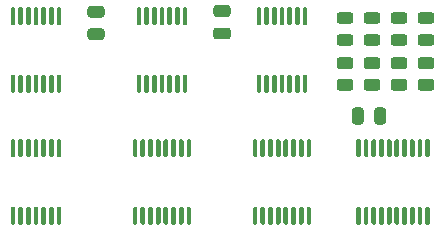
<source format=gbr>
%TF.GenerationSoftware,KiCad,Pcbnew,(5.1.10-1-10_14)*%
%TF.CreationDate,2021-12-17T22:03:29-05:00*%
%TF.ProjectId,Flags Register,466c6167-7320-4526-9567-69737465722e,rev?*%
%TF.SameCoordinates,Original*%
%TF.FileFunction,Paste,Top*%
%TF.FilePolarity,Positive*%
%FSLAX46Y46*%
G04 Gerber Fmt 4.6, Leading zero omitted, Abs format (unit mm)*
G04 Created by KiCad (PCBNEW (5.1.10-1-10_14)) date 2021-12-17 22:03:29*
%MOMM*%
%LPD*%
G01*
G04 APERTURE LIST*
G04 APERTURE END LIST*
%TO.C,U39*%
G36*
G01*
X73334000Y-95665000D02*
X73134000Y-95665000D01*
G75*
G02*
X73034000Y-95565000I0J100000D01*
G01*
X73034000Y-94290000D01*
G75*
G02*
X73134000Y-94190000I100000J0D01*
G01*
X73334000Y-94190000D01*
G75*
G02*
X73434000Y-94290000I0J-100000D01*
G01*
X73434000Y-95565000D01*
G75*
G02*
X73334000Y-95665000I-100000J0D01*
G01*
G37*
G36*
G01*
X73984000Y-95665000D02*
X73784000Y-95665000D01*
G75*
G02*
X73684000Y-95565000I0J100000D01*
G01*
X73684000Y-94290000D01*
G75*
G02*
X73784000Y-94190000I100000J0D01*
G01*
X73984000Y-94190000D01*
G75*
G02*
X74084000Y-94290000I0J-100000D01*
G01*
X74084000Y-95565000D01*
G75*
G02*
X73984000Y-95665000I-100000J0D01*
G01*
G37*
G36*
G01*
X74634000Y-95665000D02*
X74434000Y-95665000D01*
G75*
G02*
X74334000Y-95565000I0J100000D01*
G01*
X74334000Y-94290000D01*
G75*
G02*
X74434000Y-94190000I100000J0D01*
G01*
X74634000Y-94190000D01*
G75*
G02*
X74734000Y-94290000I0J-100000D01*
G01*
X74734000Y-95565000D01*
G75*
G02*
X74634000Y-95665000I-100000J0D01*
G01*
G37*
G36*
G01*
X75284000Y-95665000D02*
X75084000Y-95665000D01*
G75*
G02*
X74984000Y-95565000I0J100000D01*
G01*
X74984000Y-94290000D01*
G75*
G02*
X75084000Y-94190000I100000J0D01*
G01*
X75284000Y-94190000D01*
G75*
G02*
X75384000Y-94290000I0J-100000D01*
G01*
X75384000Y-95565000D01*
G75*
G02*
X75284000Y-95665000I-100000J0D01*
G01*
G37*
G36*
G01*
X75934000Y-95665000D02*
X75734000Y-95665000D01*
G75*
G02*
X75634000Y-95565000I0J100000D01*
G01*
X75634000Y-94290000D01*
G75*
G02*
X75734000Y-94190000I100000J0D01*
G01*
X75934000Y-94190000D01*
G75*
G02*
X76034000Y-94290000I0J-100000D01*
G01*
X76034000Y-95565000D01*
G75*
G02*
X75934000Y-95665000I-100000J0D01*
G01*
G37*
G36*
G01*
X76584000Y-95665000D02*
X76384000Y-95665000D01*
G75*
G02*
X76284000Y-95565000I0J100000D01*
G01*
X76284000Y-94290000D01*
G75*
G02*
X76384000Y-94190000I100000J0D01*
G01*
X76584000Y-94190000D01*
G75*
G02*
X76684000Y-94290000I0J-100000D01*
G01*
X76684000Y-95565000D01*
G75*
G02*
X76584000Y-95665000I-100000J0D01*
G01*
G37*
G36*
G01*
X77234000Y-95665000D02*
X77034000Y-95665000D01*
G75*
G02*
X76934000Y-95565000I0J100000D01*
G01*
X76934000Y-94290000D01*
G75*
G02*
X77034000Y-94190000I100000J0D01*
G01*
X77234000Y-94190000D01*
G75*
G02*
X77334000Y-94290000I0J-100000D01*
G01*
X77334000Y-95565000D01*
G75*
G02*
X77234000Y-95665000I-100000J0D01*
G01*
G37*
G36*
G01*
X77234000Y-101390000D02*
X77034000Y-101390000D01*
G75*
G02*
X76934000Y-101290000I0J100000D01*
G01*
X76934000Y-100015000D01*
G75*
G02*
X77034000Y-99915000I100000J0D01*
G01*
X77234000Y-99915000D01*
G75*
G02*
X77334000Y-100015000I0J-100000D01*
G01*
X77334000Y-101290000D01*
G75*
G02*
X77234000Y-101390000I-100000J0D01*
G01*
G37*
G36*
G01*
X76584000Y-101390000D02*
X76384000Y-101390000D01*
G75*
G02*
X76284000Y-101290000I0J100000D01*
G01*
X76284000Y-100015000D01*
G75*
G02*
X76384000Y-99915000I100000J0D01*
G01*
X76584000Y-99915000D01*
G75*
G02*
X76684000Y-100015000I0J-100000D01*
G01*
X76684000Y-101290000D01*
G75*
G02*
X76584000Y-101390000I-100000J0D01*
G01*
G37*
G36*
G01*
X75934000Y-101390000D02*
X75734000Y-101390000D01*
G75*
G02*
X75634000Y-101290000I0J100000D01*
G01*
X75634000Y-100015000D01*
G75*
G02*
X75734000Y-99915000I100000J0D01*
G01*
X75934000Y-99915000D01*
G75*
G02*
X76034000Y-100015000I0J-100000D01*
G01*
X76034000Y-101290000D01*
G75*
G02*
X75934000Y-101390000I-100000J0D01*
G01*
G37*
G36*
G01*
X75284000Y-101390000D02*
X75084000Y-101390000D01*
G75*
G02*
X74984000Y-101290000I0J100000D01*
G01*
X74984000Y-100015000D01*
G75*
G02*
X75084000Y-99915000I100000J0D01*
G01*
X75284000Y-99915000D01*
G75*
G02*
X75384000Y-100015000I0J-100000D01*
G01*
X75384000Y-101290000D01*
G75*
G02*
X75284000Y-101390000I-100000J0D01*
G01*
G37*
G36*
G01*
X74634000Y-101390000D02*
X74434000Y-101390000D01*
G75*
G02*
X74334000Y-101290000I0J100000D01*
G01*
X74334000Y-100015000D01*
G75*
G02*
X74434000Y-99915000I100000J0D01*
G01*
X74634000Y-99915000D01*
G75*
G02*
X74734000Y-100015000I0J-100000D01*
G01*
X74734000Y-101290000D01*
G75*
G02*
X74634000Y-101390000I-100000J0D01*
G01*
G37*
G36*
G01*
X73984000Y-101390000D02*
X73784000Y-101390000D01*
G75*
G02*
X73684000Y-101290000I0J100000D01*
G01*
X73684000Y-100015000D01*
G75*
G02*
X73784000Y-99915000I100000J0D01*
G01*
X73984000Y-99915000D01*
G75*
G02*
X74084000Y-100015000I0J-100000D01*
G01*
X74084000Y-101290000D01*
G75*
G02*
X73984000Y-101390000I-100000J0D01*
G01*
G37*
G36*
G01*
X73334000Y-101390000D02*
X73134000Y-101390000D01*
G75*
G02*
X73034000Y-101290000I0J100000D01*
G01*
X73034000Y-100015000D01*
G75*
G02*
X73134000Y-99915000I100000J0D01*
G01*
X73334000Y-99915000D01*
G75*
G02*
X73434000Y-100015000I0J-100000D01*
G01*
X73434000Y-101290000D01*
G75*
G02*
X73334000Y-101390000I-100000J0D01*
G01*
G37*
%TD*%
%TO.C,U38*%
G36*
G01*
X62849000Y-106841000D02*
X62649000Y-106841000D01*
G75*
G02*
X62549000Y-106741000I0J100000D01*
G01*
X62549000Y-105466000D01*
G75*
G02*
X62649000Y-105366000I100000J0D01*
G01*
X62849000Y-105366000D01*
G75*
G02*
X62949000Y-105466000I0J-100000D01*
G01*
X62949000Y-106741000D01*
G75*
G02*
X62849000Y-106841000I-100000J0D01*
G01*
G37*
G36*
G01*
X63499000Y-106841000D02*
X63299000Y-106841000D01*
G75*
G02*
X63199000Y-106741000I0J100000D01*
G01*
X63199000Y-105466000D01*
G75*
G02*
X63299000Y-105366000I100000J0D01*
G01*
X63499000Y-105366000D01*
G75*
G02*
X63599000Y-105466000I0J-100000D01*
G01*
X63599000Y-106741000D01*
G75*
G02*
X63499000Y-106841000I-100000J0D01*
G01*
G37*
G36*
G01*
X64149000Y-106841000D02*
X63949000Y-106841000D01*
G75*
G02*
X63849000Y-106741000I0J100000D01*
G01*
X63849000Y-105466000D01*
G75*
G02*
X63949000Y-105366000I100000J0D01*
G01*
X64149000Y-105366000D01*
G75*
G02*
X64249000Y-105466000I0J-100000D01*
G01*
X64249000Y-106741000D01*
G75*
G02*
X64149000Y-106841000I-100000J0D01*
G01*
G37*
G36*
G01*
X64799000Y-106841000D02*
X64599000Y-106841000D01*
G75*
G02*
X64499000Y-106741000I0J100000D01*
G01*
X64499000Y-105466000D01*
G75*
G02*
X64599000Y-105366000I100000J0D01*
G01*
X64799000Y-105366000D01*
G75*
G02*
X64899000Y-105466000I0J-100000D01*
G01*
X64899000Y-106741000D01*
G75*
G02*
X64799000Y-106841000I-100000J0D01*
G01*
G37*
G36*
G01*
X65449000Y-106841000D02*
X65249000Y-106841000D01*
G75*
G02*
X65149000Y-106741000I0J100000D01*
G01*
X65149000Y-105466000D01*
G75*
G02*
X65249000Y-105366000I100000J0D01*
G01*
X65449000Y-105366000D01*
G75*
G02*
X65549000Y-105466000I0J-100000D01*
G01*
X65549000Y-106741000D01*
G75*
G02*
X65449000Y-106841000I-100000J0D01*
G01*
G37*
G36*
G01*
X66099000Y-106841000D02*
X65899000Y-106841000D01*
G75*
G02*
X65799000Y-106741000I0J100000D01*
G01*
X65799000Y-105466000D01*
G75*
G02*
X65899000Y-105366000I100000J0D01*
G01*
X66099000Y-105366000D01*
G75*
G02*
X66199000Y-105466000I0J-100000D01*
G01*
X66199000Y-106741000D01*
G75*
G02*
X66099000Y-106841000I-100000J0D01*
G01*
G37*
G36*
G01*
X66749000Y-106841000D02*
X66549000Y-106841000D01*
G75*
G02*
X66449000Y-106741000I0J100000D01*
G01*
X66449000Y-105466000D01*
G75*
G02*
X66549000Y-105366000I100000J0D01*
G01*
X66749000Y-105366000D01*
G75*
G02*
X66849000Y-105466000I0J-100000D01*
G01*
X66849000Y-106741000D01*
G75*
G02*
X66749000Y-106841000I-100000J0D01*
G01*
G37*
G36*
G01*
X67399000Y-106841000D02*
X67199000Y-106841000D01*
G75*
G02*
X67099000Y-106741000I0J100000D01*
G01*
X67099000Y-105466000D01*
G75*
G02*
X67199000Y-105366000I100000J0D01*
G01*
X67399000Y-105366000D01*
G75*
G02*
X67499000Y-105466000I0J-100000D01*
G01*
X67499000Y-106741000D01*
G75*
G02*
X67399000Y-106841000I-100000J0D01*
G01*
G37*
G36*
G01*
X67399000Y-112566000D02*
X67199000Y-112566000D01*
G75*
G02*
X67099000Y-112466000I0J100000D01*
G01*
X67099000Y-111191000D01*
G75*
G02*
X67199000Y-111091000I100000J0D01*
G01*
X67399000Y-111091000D01*
G75*
G02*
X67499000Y-111191000I0J-100000D01*
G01*
X67499000Y-112466000D01*
G75*
G02*
X67399000Y-112566000I-100000J0D01*
G01*
G37*
G36*
G01*
X66749000Y-112566000D02*
X66549000Y-112566000D01*
G75*
G02*
X66449000Y-112466000I0J100000D01*
G01*
X66449000Y-111191000D01*
G75*
G02*
X66549000Y-111091000I100000J0D01*
G01*
X66749000Y-111091000D01*
G75*
G02*
X66849000Y-111191000I0J-100000D01*
G01*
X66849000Y-112466000D01*
G75*
G02*
X66749000Y-112566000I-100000J0D01*
G01*
G37*
G36*
G01*
X66099000Y-112566000D02*
X65899000Y-112566000D01*
G75*
G02*
X65799000Y-112466000I0J100000D01*
G01*
X65799000Y-111191000D01*
G75*
G02*
X65899000Y-111091000I100000J0D01*
G01*
X66099000Y-111091000D01*
G75*
G02*
X66199000Y-111191000I0J-100000D01*
G01*
X66199000Y-112466000D01*
G75*
G02*
X66099000Y-112566000I-100000J0D01*
G01*
G37*
G36*
G01*
X65449000Y-112566000D02*
X65249000Y-112566000D01*
G75*
G02*
X65149000Y-112466000I0J100000D01*
G01*
X65149000Y-111191000D01*
G75*
G02*
X65249000Y-111091000I100000J0D01*
G01*
X65449000Y-111091000D01*
G75*
G02*
X65549000Y-111191000I0J-100000D01*
G01*
X65549000Y-112466000D01*
G75*
G02*
X65449000Y-112566000I-100000J0D01*
G01*
G37*
G36*
G01*
X64799000Y-112566000D02*
X64599000Y-112566000D01*
G75*
G02*
X64499000Y-112466000I0J100000D01*
G01*
X64499000Y-111191000D01*
G75*
G02*
X64599000Y-111091000I100000J0D01*
G01*
X64799000Y-111091000D01*
G75*
G02*
X64899000Y-111191000I0J-100000D01*
G01*
X64899000Y-112466000D01*
G75*
G02*
X64799000Y-112566000I-100000J0D01*
G01*
G37*
G36*
G01*
X64149000Y-112566000D02*
X63949000Y-112566000D01*
G75*
G02*
X63849000Y-112466000I0J100000D01*
G01*
X63849000Y-111191000D01*
G75*
G02*
X63949000Y-111091000I100000J0D01*
G01*
X64149000Y-111091000D01*
G75*
G02*
X64249000Y-111191000I0J-100000D01*
G01*
X64249000Y-112466000D01*
G75*
G02*
X64149000Y-112566000I-100000J0D01*
G01*
G37*
G36*
G01*
X63499000Y-112566000D02*
X63299000Y-112566000D01*
G75*
G02*
X63199000Y-112466000I0J100000D01*
G01*
X63199000Y-111191000D01*
G75*
G02*
X63299000Y-111091000I100000J0D01*
G01*
X63499000Y-111091000D01*
G75*
G02*
X63599000Y-111191000I0J-100000D01*
G01*
X63599000Y-112466000D01*
G75*
G02*
X63499000Y-112566000I-100000J0D01*
G01*
G37*
G36*
G01*
X62849000Y-112566000D02*
X62649000Y-112566000D01*
G75*
G02*
X62549000Y-112466000I0J100000D01*
G01*
X62549000Y-111191000D01*
G75*
G02*
X62649000Y-111091000I100000J0D01*
G01*
X62849000Y-111091000D01*
G75*
G02*
X62949000Y-111191000I0J-100000D01*
G01*
X62949000Y-112466000D01*
G75*
G02*
X62849000Y-112566000I-100000J0D01*
G01*
G37*
%TD*%
%TO.C,U37*%
G36*
G01*
X63174000Y-95665000D02*
X62974000Y-95665000D01*
G75*
G02*
X62874000Y-95565000I0J100000D01*
G01*
X62874000Y-94290000D01*
G75*
G02*
X62974000Y-94190000I100000J0D01*
G01*
X63174000Y-94190000D01*
G75*
G02*
X63274000Y-94290000I0J-100000D01*
G01*
X63274000Y-95565000D01*
G75*
G02*
X63174000Y-95665000I-100000J0D01*
G01*
G37*
G36*
G01*
X63824000Y-95665000D02*
X63624000Y-95665000D01*
G75*
G02*
X63524000Y-95565000I0J100000D01*
G01*
X63524000Y-94290000D01*
G75*
G02*
X63624000Y-94190000I100000J0D01*
G01*
X63824000Y-94190000D01*
G75*
G02*
X63924000Y-94290000I0J-100000D01*
G01*
X63924000Y-95565000D01*
G75*
G02*
X63824000Y-95665000I-100000J0D01*
G01*
G37*
G36*
G01*
X64474000Y-95665000D02*
X64274000Y-95665000D01*
G75*
G02*
X64174000Y-95565000I0J100000D01*
G01*
X64174000Y-94290000D01*
G75*
G02*
X64274000Y-94190000I100000J0D01*
G01*
X64474000Y-94190000D01*
G75*
G02*
X64574000Y-94290000I0J-100000D01*
G01*
X64574000Y-95565000D01*
G75*
G02*
X64474000Y-95665000I-100000J0D01*
G01*
G37*
G36*
G01*
X65124000Y-95665000D02*
X64924000Y-95665000D01*
G75*
G02*
X64824000Y-95565000I0J100000D01*
G01*
X64824000Y-94290000D01*
G75*
G02*
X64924000Y-94190000I100000J0D01*
G01*
X65124000Y-94190000D01*
G75*
G02*
X65224000Y-94290000I0J-100000D01*
G01*
X65224000Y-95565000D01*
G75*
G02*
X65124000Y-95665000I-100000J0D01*
G01*
G37*
G36*
G01*
X65774000Y-95665000D02*
X65574000Y-95665000D01*
G75*
G02*
X65474000Y-95565000I0J100000D01*
G01*
X65474000Y-94290000D01*
G75*
G02*
X65574000Y-94190000I100000J0D01*
G01*
X65774000Y-94190000D01*
G75*
G02*
X65874000Y-94290000I0J-100000D01*
G01*
X65874000Y-95565000D01*
G75*
G02*
X65774000Y-95665000I-100000J0D01*
G01*
G37*
G36*
G01*
X66424000Y-95665000D02*
X66224000Y-95665000D01*
G75*
G02*
X66124000Y-95565000I0J100000D01*
G01*
X66124000Y-94290000D01*
G75*
G02*
X66224000Y-94190000I100000J0D01*
G01*
X66424000Y-94190000D01*
G75*
G02*
X66524000Y-94290000I0J-100000D01*
G01*
X66524000Y-95565000D01*
G75*
G02*
X66424000Y-95665000I-100000J0D01*
G01*
G37*
G36*
G01*
X67074000Y-95665000D02*
X66874000Y-95665000D01*
G75*
G02*
X66774000Y-95565000I0J100000D01*
G01*
X66774000Y-94290000D01*
G75*
G02*
X66874000Y-94190000I100000J0D01*
G01*
X67074000Y-94190000D01*
G75*
G02*
X67174000Y-94290000I0J-100000D01*
G01*
X67174000Y-95565000D01*
G75*
G02*
X67074000Y-95665000I-100000J0D01*
G01*
G37*
G36*
G01*
X67074000Y-101390000D02*
X66874000Y-101390000D01*
G75*
G02*
X66774000Y-101290000I0J100000D01*
G01*
X66774000Y-100015000D01*
G75*
G02*
X66874000Y-99915000I100000J0D01*
G01*
X67074000Y-99915000D01*
G75*
G02*
X67174000Y-100015000I0J-100000D01*
G01*
X67174000Y-101290000D01*
G75*
G02*
X67074000Y-101390000I-100000J0D01*
G01*
G37*
G36*
G01*
X66424000Y-101390000D02*
X66224000Y-101390000D01*
G75*
G02*
X66124000Y-101290000I0J100000D01*
G01*
X66124000Y-100015000D01*
G75*
G02*
X66224000Y-99915000I100000J0D01*
G01*
X66424000Y-99915000D01*
G75*
G02*
X66524000Y-100015000I0J-100000D01*
G01*
X66524000Y-101290000D01*
G75*
G02*
X66424000Y-101390000I-100000J0D01*
G01*
G37*
G36*
G01*
X65774000Y-101390000D02*
X65574000Y-101390000D01*
G75*
G02*
X65474000Y-101290000I0J100000D01*
G01*
X65474000Y-100015000D01*
G75*
G02*
X65574000Y-99915000I100000J0D01*
G01*
X65774000Y-99915000D01*
G75*
G02*
X65874000Y-100015000I0J-100000D01*
G01*
X65874000Y-101290000D01*
G75*
G02*
X65774000Y-101390000I-100000J0D01*
G01*
G37*
G36*
G01*
X65124000Y-101390000D02*
X64924000Y-101390000D01*
G75*
G02*
X64824000Y-101290000I0J100000D01*
G01*
X64824000Y-100015000D01*
G75*
G02*
X64924000Y-99915000I100000J0D01*
G01*
X65124000Y-99915000D01*
G75*
G02*
X65224000Y-100015000I0J-100000D01*
G01*
X65224000Y-101290000D01*
G75*
G02*
X65124000Y-101390000I-100000J0D01*
G01*
G37*
G36*
G01*
X64474000Y-101390000D02*
X64274000Y-101390000D01*
G75*
G02*
X64174000Y-101290000I0J100000D01*
G01*
X64174000Y-100015000D01*
G75*
G02*
X64274000Y-99915000I100000J0D01*
G01*
X64474000Y-99915000D01*
G75*
G02*
X64574000Y-100015000I0J-100000D01*
G01*
X64574000Y-101290000D01*
G75*
G02*
X64474000Y-101390000I-100000J0D01*
G01*
G37*
G36*
G01*
X63824000Y-101390000D02*
X63624000Y-101390000D01*
G75*
G02*
X63524000Y-101290000I0J100000D01*
G01*
X63524000Y-100015000D01*
G75*
G02*
X63624000Y-99915000I100000J0D01*
G01*
X63824000Y-99915000D01*
G75*
G02*
X63924000Y-100015000I0J-100000D01*
G01*
X63924000Y-101290000D01*
G75*
G02*
X63824000Y-101390000I-100000J0D01*
G01*
G37*
G36*
G01*
X63174000Y-101390000D02*
X62974000Y-101390000D01*
G75*
G02*
X62874000Y-101290000I0J100000D01*
G01*
X62874000Y-100015000D01*
G75*
G02*
X62974000Y-99915000I100000J0D01*
G01*
X63174000Y-99915000D01*
G75*
G02*
X63274000Y-100015000I0J-100000D01*
G01*
X63274000Y-101290000D01*
G75*
G02*
X63174000Y-101390000I-100000J0D01*
G01*
G37*
%TD*%
%TO.C,U36*%
G36*
G01*
X52506000Y-106841000D02*
X52306000Y-106841000D01*
G75*
G02*
X52206000Y-106741000I0J100000D01*
G01*
X52206000Y-105466000D01*
G75*
G02*
X52306000Y-105366000I100000J0D01*
G01*
X52506000Y-105366000D01*
G75*
G02*
X52606000Y-105466000I0J-100000D01*
G01*
X52606000Y-106741000D01*
G75*
G02*
X52506000Y-106841000I-100000J0D01*
G01*
G37*
G36*
G01*
X53156000Y-106841000D02*
X52956000Y-106841000D01*
G75*
G02*
X52856000Y-106741000I0J100000D01*
G01*
X52856000Y-105466000D01*
G75*
G02*
X52956000Y-105366000I100000J0D01*
G01*
X53156000Y-105366000D01*
G75*
G02*
X53256000Y-105466000I0J-100000D01*
G01*
X53256000Y-106741000D01*
G75*
G02*
X53156000Y-106841000I-100000J0D01*
G01*
G37*
G36*
G01*
X53806000Y-106841000D02*
X53606000Y-106841000D01*
G75*
G02*
X53506000Y-106741000I0J100000D01*
G01*
X53506000Y-105466000D01*
G75*
G02*
X53606000Y-105366000I100000J0D01*
G01*
X53806000Y-105366000D01*
G75*
G02*
X53906000Y-105466000I0J-100000D01*
G01*
X53906000Y-106741000D01*
G75*
G02*
X53806000Y-106841000I-100000J0D01*
G01*
G37*
G36*
G01*
X54456000Y-106841000D02*
X54256000Y-106841000D01*
G75*
G02*
X54156000Y-106741000I0J100000D01*
G01*
X54156000Y-105466000D01*
G75*
G02*
X54256000Y-105366000I100000J0D01*
G01*
X54456000Y-105366000D01*
G75*
G02*
X54556000Y-105466000I0J-100000D01*
G01*
X54556000Y-106741000D01*
G75*
G02*
X54456000Y-106841000I-100000J0D01*
G01*
G37*
G36*
G01*
X55106000Y-106841000D02*
X54906000Y-106841000D01*
G75*
G02*
X54806000Y-106741000I0J100000D01*
G01*
X54806000Y-105466000D01*
G75*
G02*
X54906000Y-105366000I100000J0D01*
G01*
X55106000Y-105366000D01*
G75*
G02*
X55206000Y-105466000I0J-100000D01*
G01*
X55206000Y-106741000D01*
G75*
G02*
X55106000Y-106841000I-100000J0D01*
G01*
G37*
G36*
G01*
X55756000Y-106841000D02*
X55556000Y-106841000D01*
G75*
G02*
X55456000Y-106741000I0J100000D01*
G01*
X55456000Y-105466000D01*
G75*
G02*
X55556000Y-105366000I100000J0D01*
G01*
X55756000Y-105366000D01*
G75*
G02*
X55856000Y-105466000I0J-100000D01*
G01*
X55856000Y-106741000D01*
G75*
G02*
X55756000Y-106841000I-100000J0D01*
G01*
G37*
G36*
G01*
X56406000Y-106841000D02*
X56206000Y-106841000D01*
G75*
G02*
X56106000Y-106741000I0J100000D01*
G01*
X56106000Y-105466000D01*
G75*
G02*
X56206000Y-105366000I100000J0D01*
G01*
X56406000Y-105366000D01*
G75*
G02*
X56506000Y-105466000I0J-100000D01*
G01*
X56506000Y-106741000D01*
G75*
G02*
X56406000Y-106841000I-100000J0D01*
G01*
G37*
G36*
G01*
X56406000Y-112566000D02*
X56206000Y-112566000D01*
G75*
G02*
X56106000Y-112466000I0J100000D01*
G01*
X56106000Y-111191000D01*
G75*
G02*
X56206000Y-111091000I100000J0D01*
G01*
X56406000Y-111091000D01*
G75*
G02*
X56506000Y-111191000I0J-100000D01*
G01*
X56506000Y-112466000D01*
G75*
G02*
X56406000Y-112566000I-100000J0D01*
G01*
G37*
G36*
G01*
X55756000Y-112566000D02*
X55556000Y-112566000D01*
G75*
G02*
X55456000Y-112466000I0J100000D01*
G01*
X55456000Y-111191000D01*
G75*
G02*
X55556000Y-111091000I100000J0D01*
G01*
X55756000Y-111091000D01*
G75*
G02*
X55856000Y-111191000I0J-100000D01*
G01*
X55856000Y-112466000D01*
G75*
G02*
X55756000Y-112566000I-100000J0D01*
G01*
G37*
G36*
G01*
X55106000Y-112566000D02*
X54906000Y-112566000D01*
G75*
G02*
X54806000Y-112466000I0J100000D01*
G01*
X54806000Y-111191000D01*
G75*
G02*
X54906000Y-111091000I100000J0D01*
G01*
X55106000Y-111091000D01*
G75*
G02*
X55206000Y-111191000I0J-100000D01*
G01*
X55206000Y-112466000D01*
G75*
G02*
X55106000Y-112566000I-100000J0D01*
G01*
G37*
G36*
G01*
X54456000Y-112566000D02*
X54256000Y-112566000D01*
G75*
G02*
X54156000Y-112466000I0J100000D01*
G01*
X54156000Y-111191000D01*
G75*
G02*
X54256000Y-111091000I100000J0D01*
G01*
X54456000Y-111091000D01*
G75*
G02*
X54556000Y-111191000I0J-100000D01*
G01*
X54556000Y-112466000D01*
G75*
G02*
X54456000Y-112566000I-100000J0D01*
G01*
G37*
G36*
G01*
X53806000Y-112566000D02*
X53606000Y-112566000D01*
G75*
G02*
X53506000Y-112466000I0J100000D01*
G01*
X53506000Y-111191000D01*
G75*
G02*
X53606000Y-111091000I100000J0D01*
G01*
X53806000Y-111091000D01*
G75*
G02*
X53906000Y-111191000I0J-100000D01*
G01*
X53906000Y-112466000D01*
G75*
G02*
X53806000Y-112566000I-100000J0D01*
G01*
G37*
G36*
G01*
X53156000Y-112566000D02*
X52956000Y-112566000D01*
G75*
G02*
X52856000Y-112466000I0J100000D01*
G01*
X52856000Y-111191000D01*
G75*
G02*
X52956000Y-111091000I100000J0D01*
G01*
X53156000Y-111091000D01*
G75*
G02*
X53256000Y-111191000I0J-100000D01*
G01*
X53256000Y-112466000D01*
G75*
G02*
X53156000Y-112566000I-100000J0D01*
G01*
G37*
G36*
G01*
X52506000Y-112566000D02*
X52306000Y-112566000D01*
G75*
G02*
X52206000Y-112466000I0J100000D01*
G01*
X52206000Y-111191000D01*
G75*
G02*
X52306000Y-111091000I100000J0D01*
G01*
X52506000Y-111091000D01*
G75*
G02*
X52606000Y-111191000I0J-100000D01*
G01*
X52606000Y-112466000D01*
G75*
G02*
X52506000Y-112566000I-100000J0D01*
G01*
G37*
%TD*%
%TO.C,U35*%
G36*
G01*
X52506000Y-95665000D02*
X52306000Y-95665000D01*
G75*
G02*
X52206000Y-95565000I0J100000D01*
G01*
X52206000Y-94290000D01*
G75*
G02*
X52306000Y-94190000I100000J0D01*
G01*
X52506000Y-94190000D01*
G75*
G02*
X52606000Y-94290000I0J-100000D01*
G01*
X52606000Y-95565000D01*
G75*
G02*
X52506000Y-95665000I-100000J0D01*
G01*
G37*
G36*
G01*
X53156000Y-95665000D02*
X52956000Y-95665000D01*
G75*
G02*
X52856000Y-95565000I0J100000D01*
G01*
X52856000Y-94290000D01*
G75*
G02*
X52956000Y-94190000I100000J0D01*
G01*
X53156000Y-94190000D01*
G75*
G02*
X53256000Y-94290000I0J-100000D01*
G01*
X53256000Y-95565000D01*
G75*
G02*
X53156000Y-95665000I-100000J0D01*
G01*
G37*
G36*
G01*
X53806000Y-95665000D02*
X53606000Y-95665000D01*
G75*
G02*
X53506000Y-95565000I0J100000D01*
G01*
X53506000Y-94290000D01*
G75*
G02*
X53606000Y-94190000I100000J0D01*
G01*
X53806000Y-94190000D01*
G75*
G02*
X53906000Y-94290000I0J-100000D01*
G01*
X53906000Y-95565000D01*
G75*
G02*
X53806000Y-95665000I-100000J0D01*
G01*
G37*
G36*
G01*
X54456000Y-95665000D02*
X54256000Y-95665000D01*
G75*
G02*
X54156000Y-95565000I0J100000D01*
G01*
X54156000Y-94290000D01*
G75*
G02*
X54256000Y-94190000I100000J0D01*
G01*
X54456000Y-94190000D01*
G75*
G02*
X54556000Y-94290000I0J-100000D01*
G01*
X54556000Y-95565000D01*
G75*
G02*
X54456000Y-95665000I-100000J0D01*
G01*
G37*
G36*
G01*
X55106000Y-95665000D02*
X54906000Y-95665000D01*
G75*
G02*
X54806000Y-95565000I0J100000D01*
G01*
X54806000Y-94290000D01*
G75*
G02*
X54906000Y-94190000I100000J0D01*
G01*
X55106000Y-94190000D01*
G75*
G02*
X55206000Y-94290000I0J-100000D01*
G01*
X55206000Y-95565000D01*
G75*
G02*
X55106000Y-95665000I-100000J0D01*
G01*
G37*
G36*
G01*
X55756000Y-95665000D02*
X55556000Y-95665000D01*
G75*
G02*
X55456000Y-95565000I0J100000D01*
G01*
X55456000Y-94290000D01*
G75*
G02*
X55556000Y-94190000I100000J0D01*
G01*
X55756000Y-94190000D01*
G75*
G02*
X55856000Y-94290000I0J-100000D01*
G01*
X55856000Y-95565000D01*
G75*
G02*
X55756000Y-95665000I-100000J0D01*
G01*
G37*
G36*
G01*
X56406000Y-95665000D02*
X56206000Y-95665000D01*
G75*
G02*
X56106000Y-95565000I0J100000D01*
G01*
X56106000Y-94290000D01*
G75*
G02*
X56206000Y-94190000I100000J0D01*
G01*
X56406000Y-94190000D01*
G75*
G02*
X56506000Y-94290000I0J-100000D01*
G01*
X56506000Y-95565000D01*
G75*
G02*
X56406000Y-95665000I-100000J0D01*
G01*
G37*
G36*
G01*
X56406000Y-101390000D02*
X56206000Y-101390000D01*
G75*
G02*
X56106000Y-101290000I0J100000D01*
G01*
X56106000Y-100015000D01*
G75*
G02*
X56206000Y-99915000I100000J0D01*
G01*
X56406000Y-99915000D01*
G75*
G02*
X56506000Y-100015000I0J-100000D01*
G01*
X56506000Y-101290000D01*
G75*
G02*
X56406000Y-101390000I-100000J0D01*
G01*
G37*
G36*
G01*
X55756000Y-101390000D02*
X55556000Y-101390000D01*
G75*
G02*
X55456000Y-101290000I0J100000D01*
G01*
X55456000Y-100015000D01*
G75*
G02*
X55556000Y-99915000I100000J0D01*
G01*
X55756000Y-99915000D01*
G75*
G02*
X55856000Y-100015000I0J-100000D01*
G01*
X55856000Y-101290000D01*
G75*
G02*
X55756000Y-101390000I-100000J0D01*
G01*
G37*
G36*
G01*
X55106000Y-101390000D02*
X54906000Y-101390000D01*
G75*
G02*
X54806000Y-101290000I0J100000D01*
G01*
X54806000Y-100015000D01*
G75*
G02*
X54906000Y-99915000I100000J0D01*
G01*
X55106000Y-99915000D01*
G75*
G02*
X55206000Y-100015000I0J-100000D01*
G01*
X55206000Y-101290000D01*
G75*
G02*
X55106000Y-101390000I-100000J0D01*
G01*
G37*
G36*
G01*
X54456000Y-101390000D02*
X54256000Y-101390000D01*
G75*
G02*
X54156000Y-101290000I0J100000D01*
G01*
X54156000Y-100015000D01*
G75*
G02*
X54256000Y-99915000I100000J0D01*
G01*
X54456000Y-99915000D01*
G75*
G02*
X54556000Y-100015000I0J-100000D01*
G01*
X54556000Y-101290000D01*
G75*
G02*
X54456000Y-101390000I-100000J0D01*
G01*
G37*
G36*
G01*
X53806000Y-101390000D02*
X53606000Y-101390000D01*
G75*
G02*
X53506000Y-101290000I0J100000D01*
G01*
X53506000Y-100015000D01*
G75*
G02*
X53606000Y-99915000I100000J0D01*
G01*
X53806000Y-99915000D01*
G75*
G02*
X53906000Y-100015000I0J-100000D01*
G01*
X53906000Y-101290000D01*
G75*
G02*
X53806000Y-101390000I-100000J0D01*
G01*
G37*
G36*
G01*
X53156000Y-101390000D02*
X52956000Y-101390000D01*
G75*
G02*
X52856000Y-101290000I0J100000D01*
G01*
X52856000Y-100015000D01*
G75*
G02*
X52956000Y-99915000I100000J0D01*
G01*
X53156000Y-99915000D01*
G75*
G02*
X53256000Y-100015000I0J-100000D01*
G01*
X53256000Y-101290000D01*
G75*
G02*
X53156000Y-101390000I-100000J0D01*
G01*
G37*
G36*
G01*
X52506000Y-101390000D02*
X52306000Y-101390000D01*
G75*
G02*
X52206000Y-101290000I0J100000D01*
G01*
X52206000Y-100015000D01*
G75*
G02*
X52306000Y-99915000I100000J0D01*
G01*
X52506000Y-99915000D01*
G75*
G02*
X52606000Y-100015000I0J-100000D01*
G01*
X52606000Y-101290000D01*
G75*
G02*
X52506000Y-101390000I-100000J0D01*
G01*
G37*
%TD*%
%TO.C,U2*%
G36*
G01*
X87407000Y-111091000D02*
X87607000Y-111091000D01*
G75*
G02*
X87707000Y-111191000I0J-100000D01*
G01*
X87707000Y-112466000D01*
G75*
G02*
X87607000Y-112566000I-100000J0D01*
G01*
X87407000Y-112566000D01*
G75*
G02*
X87307000Y-112466000I0J100000D01*
G01*
X87307000Y-111191000D01*
G75*
G02*
X87407000Y-111091000I100000J0D01*
G01*
G37*
G36*
G01*
X86757000Y-111091000D02*
X86957000Y-111091000D01*
G75*
G02*
X87057000Y-111191000I0J-100000D01*
G01*
X87057000Y-112466000D01*
G75*
G02*
X86957000Y-112566000I-100000J0D01*
G01*
X86757000Y-112566000D01*
G75*
G02*
X86657000Y-112466000I0J100000D01*
G01*
X86657000Y-111191000D01*
G75*
G02*
X86757000Y-111091000I100000J0D01*
G01*
G37*
G36*
G01*
X86107000Y-111091000D02*
X86307000Y-111091000D01*
G75*
G02*
X86407000Y-111191000I0J-100000D01*
G01*
X86407000Y-112466000D01*
G75*
G02*
X86307000Y-112566000I-100000J0D01*
G01*
X86107000Y-112566000D01*
G75*
G02*
X86007000Y-112466000I0J100000D01*
G01*
X86007000Y-111191000D01*
G75*
G02*
X86107000Y-111091000I100000J0D01*
G01*
G37*
G36*
G01*
X85457000Y-111091000D02*
X85657000Y-111091000D01*
G75*
G02*
X85757000Y-111191000I0J-100000D01*
G01*
X85757000Y-112466000D01*
G75*
G02*
X85657000Y-112566000I-100000J0D01*
G01*
X85457000Y-112566000D01*
G75*
G02*
X85357000Y-112466000I0J100000D01*
G01*
X85357000Y-111191000D01*
G75*
G02*
X85457000Y-111091000I100000J0D01*
G01*
G37*
G36*
G01*
X84807000Y-111091000D02*
X85007000Y-111091000D01*
G75*
G02*
X85107000Y-111191000I0J-100000D01*
G01*
X85107000Y-112466000D01*
G75*
G02*
X85007000Y-112566000I-100000J0D01*
G01*
X84807000Y-112566000D01*
G75*
G02*
X84707000Y-112466000I0J100000D01*
G01*
X84707000Y-111191000D01*
G75*
G02*
X84807000Y-111091000I100000J0D01*
G01*
G37*
G36*
G01*
X84157000Y-111091000D02*
X84357000Y-111091000D01*
G75*
G02*
X84457000Y-111191000I0J-100000D01*
G01*
X84457000Y-112466000D01*
G75*
G02*
X84357000Y-112566000I-100000J0D01*
G01*
X84157000Y-112566000D01*
G75*
G02*
X84057000Y-112466000I0J100000D01*
G01*
X84057000Y-111191000D01*
G75*
G02*
X84157000Y-111091000I100000J0D01*
G01*
G37*
G36*
G01*
X83507000Y-111091000D02*
X83707000Y-111091000D01*
G75*
G02*
X83807000Y-111191000I0J-100000D01*
G01*
X83807000Y-112466000D01*
G75*
G02*
X83707000Y-112566000I-100000J0D01*
G01*
X83507000Y-112566000D01*
G75*
G02*
X83407000Y-112466000I0J100000D01*
G01*
X83407000Y-111191000D01*
G75*
G02*
X83507000Y-111091000I100000J0D01*
G01*
G37*
G36*
G01*
X82857000Y-111091000D02*
X83057000Y-111091000D01*
G75*
G02*
X83157000Y-111191000I0J-100000D01*
G01*
X83157000Y-112466000D01*
G75*
G02*
X83057000Y-112566000I-100000J0D01*
G01*
X82857000Y-112566000D01*
G75*
G02*
X82757000Y-112466000I0J100000D01*
G01*
X82757000Y-111191000D01*
G75*
G02*
X82857000Y-111091000I100000J0D01*
G01*
G37*
G36*
G01*
X82207000Y-111091000D02*
X82407000Y-111091000D01*
G75*
G02*
X82507000Y-111191000I0J-100000D01*
G01*
X82507000Y-112466000D01*
G75*
G02*
X82407000Y-112566000I-100000J0D01*
G01*
X82207000Y-112566000D01*
G75*
G02*
X82107000Y-112466000I0J100000D01*
G01*
X82107000Y-111191000D01*
G75*
G02*
X82207000Y-111091000I100000J0D01*
G01*
G37*
G36*
G01*
X81557000Y-111091000D02*
X81757000Y-111091000D01*
G75*
G02*
X81857000Y-111191000I0J-100000D01*
G01*
X81857000Y-112466000D01*
G75*
G02*
X81757000Y-112566000I-100000J0D01*
G01*
X81557000Y-112566000D01*
G75*
G02*
X81457000Y-112466000I0J100000D01*
G01*
X81457000Y-111191000D01*
G75*
G02*
X81557000Y-111091000I100000J0D01*
G01*
G37*
G36*
G01*
X81557000Y-105366000D02*
X81757000Y-105366000D01*
G75*
G02*
X81857000Y-105466000I0J-100000D01*
G01*
X81857000Y-106741000D01*
G75*
G02*
X81757000Y-106841000I-100000J0D01*
G01*
X81557000Y-106841000D01*
G75*
G02*
X81457000Y-106741000I0J100000D01*
G01*
X81457000Y-105466000D01*
G75*
G02*
X81557000Y-105366000I100000J0D01*
G01*
G37*
G36*
G01*
X82207000Y-105366000D02*
X82407000Y-105366000D01*
G75*
G02*
X82507000Y-105466000I0J-100000D01*
G01*
X82507000Y-106741000D01*
G75*
G02*
X82407000Y-106841000I-100000J0D01*
G01*
X82207000Y-106841000D01*
G75*
G02*
X82107000Y-106741000I0J100000D01*
G01*
X82107000Y-105466000D01*
G75*
G02*
X82207000Y-105366000I100000J0D01*
G01*
G37*
G36*
G01*
X82857000Y-105366000D02*
X83057000Y-105366000D01*
G75*
G02*
X83157000Y-105466000I0J-100000D01*
G01*
X83157000Y-106741000D01*
G75*
G02*
X83057000Y-106841000I-100000J0D01*
G01*
X82857000Y-106841000D01*
G75*
G02*
X82757000Y-106741000I0J100000D01*
G01*
X82757000Y-105466000D01*
G75*
G02*
X82857000Y-105366000I100000J0D01*
G01*
G37*
G36*
G01*
X83507000Y-105366000D02*
X83707000Y-105366000D01*
G75*
G02*
X83807000Y-105466000I0J-100000D01*
G01*
X83807000Y-106741000D01*
G75*
G02*
X83707000Y-106841000I-100000J0D01*
G01*
X83507000Y-106841000D01*
G75*
G02*
X83407000Y-106741000I0J100000D01*
G01*
X83407000Y-105466000D01*
G75*
G02*
X83507000Y-105366000I100000J0D01*
G01*
G37*
G36*
G01*
X84157000Y-105366000D02*
X84357000Y-105366000D01*
G75*
G02*
X84457000Y-105466000I0J-100000D01*
G01*
X84457000Y-106741000D01*
G75*
G02*
X84357000Y-106841000I-100000J0D01*
G01*
X84157000Y-106841000D01*
G75*
G02*
X84057000Y-106741000I0J100000D01*
G01*
X84057000Y-105466000D01*
G75*
G02*
X84157000Y-105366000I100000J0D01*
G01*
G37*
G36*
G01*
X84807000Y-105366000D02*
X85007000Y-105366000D01*
G75*
G02*
X85107000Y-105466000I0J-100000D01*
G01*
X85107000Y-106741000D01*
G75*
G02*
X85007000Y-106841000I-100000J0D01*
G01*
X84807000Y-106841000D01*
G75*
G02*
X84707000Y-106741000I0J100000D01*
G01*
X84707000Y-105466000D01*
G75*
G02*
X84807000Y-105366000I100000J0D01*
G01*
G37*
G36*
G01*
X85457000Y-105366000D02*
X85657000Y-105366000D01*
G75*
G02*
X85757000Y-105466000I0J-100000D01*
G01*
X85757000Y-106741000D01*
G75*
G02*
X85657000Y-106841000I-100000J0D01*
G01*
X85457000Y-106841000D01*
G75*
G02*
X85357000Y-106741000I0J100000D01*
G01*
X85357000Y-105466000D01*
G75*
G02*
X85457000Y-105366000I100000J0D01*
G01*
G37*
G36*
G01*
X86107000Y-105366000D02*
X86307000Y-105366000D01*
G75*
G02*
X86407000Y-105466000I0J-100000D01*
G01*
X86407000Y-106741000D01*
G75*
G02*
X86307000Y-106841000I-100000J0D01*
G01*
X86107000Y-106841000D01*
G75*
G02*
X86007000Y-106741000I0J100000D01*
G01*
X86007000Y-105466000D01*
G75*
G02*
X86107000Y-105366000I100000J0D01*
G01*
G37*
G36*
G01*
X86757000Y-105366000D02*
X86957000Y-105366000D01*
G75*
G02*
X87057000Y-105466000I0J-100000D01*
G01*
X87057000Y-106741000D01*
G75*
G02*
X86957000Y-106841000I-100000J0D01*
G01*
X86757000Y-106841000D01*
G75*
G02*
X86657000Y-106741000I0J100000D01*
G01*
X86657000Y-105466000D01*
G75*
G02*
X86757000Y-105366000I100000J0D01*
G01*
G37*
G36*
G01*
X87407000Y-105366000D02*
X87607000Y-105366000D01*
G75*
G02*
X87707000Y-105466000I0J-100000D01*
G01*
X87707000Y-106741000D01*
G75*
G02*
X87607000Y-106841000I-100000J0D01*
G01*
X87407000Y-106841000D01*
G75*
G02*
X87307000Y-106741000I0J100000D01*
G01*
X87307000Y-105466000D01*
G75*
G02*
X87407000Y-105366000I100000J0D01*
G01*
G37*
%TD*%
%TO.C,U1*%
G36*
G01*
X73009000Y-106841000D02*
X72809000Y-106841000D01*
G75*
G02*
X72709000Y-106741000I0J100000D01*
G01*
X72709000Y-105466000D01*
G75*
G02*
X72809000Y-105366000I100000J0D01*
G01*
X73009000Y-105366000D01*
G75*
G02*
X73109000Y-105466000I0J-100000D01*
G01*
X73109000Y-106741000D01*
G75*
G02*
X73009000Y-106841000I-100000J0D01*
G01*
G37*
G36*
G01*
X73659000Y-106841000D02*
X73459000Y-106841000D01*
G75*
G02*
X73359000Y-106741000I0J100000D01*
G01*
X73359000Y-105466000D01*
G75*
G02*
X73459000Y-105366000I100000J0D01*
G01*
X73659000Y-105366000D01*
G75*
G02*
X73759000Y-105466000I0J-100000D01*
G01*
X73759000Y-106741000D01*
G75*
G02*
X73659000Y-106841000I-100000J0D01*
G01*
G37*
G36*
G01*
X74309000Y-106841000D02*
X74109000Y-106841000D01*
G75*
G02*
X74009000Y-106741000I0J100000D01*
G01*
X74009000Y-105466000D01*
G75*
G02*
X74109000Y-105366000I100000J0D01*
G01*
X74309000Y-105366000D01*
G75*
G02*
X74409000Y-105466000I0J-100000D01*
G01*
X74409000Y-106741000D01*
G75*
G02*
X74309000Y-106841000I-100000J0D01*
G01*
G37*
G36*
G01*
X74959000Y-106841000D02*
X74759000Y-106841000D01*
G75*
G02*
X74659000Y-106741000I0J100000D01*
G01*
X74659000Y-105466000D01*
G75*
G02*
X74759000Y-105366000I100000J0D01*
G01*
X74959000Y-105366000D01*
G75*
G02*
X75059000Y-105466000I0J-100000D01*
G01*
X75059000Y-106741000D01*
G75*
G02*
X74959000Y-106841000I-100000J0D01*
G01*
G37*
G36*
G01*
X75609000Y-106841000D02*
X75409000Y-106841000D01*
G75*
G02*
X75309000Y-106741000I0J100000D01*
G01*
X75309000Y-105466000D01*
G75*
G02*
X75409000Y-105366000I100000J0D01*
G01*
X75609000Y-105366000D01*
G75*
G02*
X75709000Y-105466000I0J-100000D01*
G01*
X75709000Y-106741000D01*
G75*
G02*
X75609000Y-106841000I-100000J0D01*
G01*
G37*
G36*
G01*
X76259000Y-106841000D02*
X76059000Y-106841000D01*
G75*
G02*
X75959000Y-106741000I0J100000D01*
G01*
X75959000Y-105466000D01*
G75*
G02*
X76059000Y-105366000I100000J0D01*
G01*
X76259000Y-105366000D01*
G75*
G02*
X76359000Y-105466000I0J-100000D01*
G01*
X76359000Y-106741000D01*
G75*
G02*
X76259000Y-106841000I-100000J0D01*
G01*
G37*
G36*
G01*
X76909000Y-106841000D02*
X76709000Y-106841000D01*
G75*
G02*
X76609000Y-106741000I0J100000D01*
G01*
X76609000Y-105466000D01*
G75*
G02*
X76709000Y-105366000I100000J0D01*
G01*
X76909000Y-105366000D01*
G75*
G02*
X77009000Y-105466000I0J-100000D01*
G01*
X77009000Y-106741000D01*
G75*
G02*
X76909000Y-106841000I-100000J0D01*
G01*
G37*
G36*
G01*
X77559000Y-106841000D02*
X77359000Y-106841000D01*
G75*
G02*
X77259000Y-106741000I0J100000D01*
G01*
X77259000Y-105466000D01*
G75*
G02*
X77359000Y-105366000I100000J0D01*
G01*
X77559000Y-105366000D01*
G75*
G02*
X77659000Y-105466000I0J-100000D01*
G01*
X77659000Y-106741000D01*
G75*
G02*
X77559000Y-106841000I-100000J0D01*
G01*
G37*
G36*
G01*
X77559000Y-112566000D02*
X77359000Y-112566000D01*
G75*
G02*
X77259000Y-112466000I0J100000D01*
G01*
X77259000Y-111191000D01*
G75*
G02*
X77359000Y-111091000I100000J0D01*
G01*
X77559000Y-111091000D01*
G75*
G02*
X77659000Y-111191000I0J-100000D01*
G01*
X77659000Y-112466000D01*
G75*
G02*
X77559000Y-112566000I-100000J0D01*
G01*
G37*
G36*
G01*
X76909000Y-112566000D02*
X76709000Y-112566000D01*
G75*
G02*
X76609000Y-112466000I0J100000D01*
G01*
X76609000Y-111191000D01*
G75*
G02*
X76709000Y-111091000I100000J0D01*
G01*
X76909000Y-111091000D01*
G75*
G02*
X77009000Y-111191000I0J-100000D01*
G01*
X77009000Y-112466000D01*
G75*
G02*
X76909000Y-112566000I-100000J0D01*
G01*
G37*
G36*
G01*
X76259000Y-112566000D02*
X76059000Y-112566000D01*
G75*
G02*
X75959000Y-112466000I0J100000D01*
G01*
X75959000Y-111191000D01*
G75*
G02*
X76059000Y-111091000I100000J0D01*
G01*
X76259000Y-111091000D01*
G75*
G02*
X76359000Y-111191000I0J-100000D01*
G01*
X76359000Y-112466000D01*
G75*
G02*
X76259000Y-112566000I-100000J0D01*
G01*
G37*
G36*
G01*
X75609000Y-112566000D02*
X75409000Y-112566000D01*
G75*
G02*
X75309000Y-112466000I0J100000D01*
G01*
X75309000Y-111191000D01*
G75*
G02*
X75409000Y-111091000I100000J0D01*
G01*
X75609000Y-111091000D01*
G75*
G02*
X75709000Y-111191000I0J-100000D01*
G01*
X75709000Y-112466000D01*
G75*
G02*
X75609000Y-112566000I-100000J0D01*
G01*
G37*
G36*
G01*
X74959000Y-112566000D02*
X74759000Y-112566000D01*
G75*
G02*
X74659000Y-112466000I0J100000D01*
G01*
X74659000Y-111191000D01*
G75*
G02*
X74759000Y-111091000I100000J0D01*
G01*
X74959000Y-111091000D01*
G75*
G02*
X75059000Y-111191000I0J-100000D01*
G01*
X75059000Y-112466000D01*
G75*
G02*
X74959000Y-112566000I-100000J0D01*
G01*
G37*
G36*
G01*
X74309000Y-112566000D02*
X74109000Y-112566000D01*
G75*
G02*
X74009000Y-112466000I0J100000D01*
G01*
X74009000Y-111191000D01*
G75*
G02*
X74109000Y-111091000I100000J0D01*
G01*
X74309000Y-111091000D01*
G75*
G02*
X74409000Y-111191000I0J-100000D01*
G01*
X74409000Y-112466000D01*
G75*
G02*
X74309000Y-112566000I-100000J0D01*
G01*
G37*
G36*
G01*
X73659000Y-112566000D02*
X73459000Y-112566000D01*
G75*
G02*
X73359000Y-112466000I0J100000D01*
G01*
X73359000Y-111191000D01*
G75*
G02*
X73459000Y-111091000I100000J0D01*
G01*
X73659000Y-111091000D01*
G75*
G02*
X73759000Y-111191000I0J-100000D01*
G01*
X73759000Y-112466000D01*
G75*
G02*
X73659000Y-112566000I-100000J0D01*
G01*
G37*
G36*
G01*
X73009000Y-112566000D02*
X72809000Y-112566000D01*
G75*
G02*
X72709000Y-112466000I0J100000D01*
G01*
X72709000Y-111191000D01*
G75*
G02*
X72809000Y-111091000I100000J0D01*
G01*
X73009000Y-111091000D01*
G75*
G02*
X73109000Y-111191000I0J-100000D01*
G01*
X73109000Y-112466000D01*
G75*
G02*
X73009000Y-112566000I-100000J0D01*
G01*
G37*
%TD*%
%TO.C,R4*%
G36*
G01*
X80067999Y-100222000D02*
X80968001Y-100222000D01*
G75*
G02*
X81218000Y-100471999I0J-249999D01*
G01*
X81218000Y-100997001D01*
G75*
G02*
X80968001Y-101247000I-249999J0D01*
G01*
X80067999Y-101247000D01*
G75*
G02*
X79818000Y-100997001I0J249999D01*
G01*
X79818000Y-100471999D01*
G75*
G02*
X80067999Y-100222000I249999J0D01*
G01*
G37*
G36*
G01*
X80067999Y-98397000D02*
X80968001Y-98397000D01*
G75*
G02*
X81218000Y-98646999I0J-249999D01*
G01*
X81218000Y-99172001D01*
G75*
G02*
X80968001Y-99422000I-249999J0D01*
G01*
X80067999Y-99422000D01*
G75*
G02*
X79818000Y-99172001I0J249999D01*
G01*
X79818000Y-98646999D01*
G75*
G02*
X80067999Y-98397000I249999J0D01*
G01*
G37*
%TD*%
%TO.C,R3*%
G36*
G01*
X82353999Y-100222000D02*
X83254001Y-100222000D01*
G75*
G02*
X83504000Y-100471999I0J-249999D01*
G01*
X83504000Y-100997001D01*
G75*
G02*
X83254001Y-101247000I-249999J0D01*
G01*
X82353999Y-101247000D01*
G75*
G02*
X82104000Y-100997001I0J249999D01*
G01*
X82104000Y-100471999D01*
G75*
G02*
X82353999Y-100222000I249999J0D01*
G01*
G37*
G36*
G01*
X82353999Y-98397000D02*
X83254001Y-98397000D01*
G75*
G02*
X83504000Y-98646999I0J-249999D01*
G01*
X83504000Y-99172001D01*
G75*
G02*
X83254001Y-99422000I-249999J0D01*
G01*
X82353999Y-99422000D01*
G75*
G02*
X82104000Y-99172001I0J249999D01*
G01*
X82104000Y-98646999D01*
G75*
G02*
X82353999Y-98397000I249999J0D01*
G01*
G37*
%TD*%
%TO.C,R2*%
G36*
G01*
X84639999Y-100222000D02*
X85540001Y-100222000D01*
G75*
G02*
X85790000Y-100471999I0J-249999D01*
G01*
X85790000Y-100997001D01*
G75*
G02*
X85540001Y-101247000I-249999J0D01*
G01*
X84639999Y-101247000D01*
G75*
G02*
X84390000Y-100997001I0J249999D01*
G01*
X84390000Y-100471999D01*
G75*
G02*
X84639999Y-100222000I249999J0D01*
G01*
G37*
G36*
G01*
X84639999Y-98397000D02*
X85540001Y-98397000D01*
G75*
G02*
X85790000Y-98646999I0J-249999D01*
G01*
X85790000Y-99172001D01*
G75*
G02*
X85540001Y-99422000I-249999J0D01*
G01*
X84639999Y-99422000D01*
G75*
G02*
X84390000Y-99172001I0J249999D01*
G01*
X84390000Y-98646999D01*
G75*
G02*
X84639999Y-98397000I249999J0D01*
G01*
G37*
%TD*%
%TO.C,R1*%
G36*
G01*
X86925999Y-100222000D02*
X87826001Y-100222000D01*
G75*
G02*
X88076000Y-100471999I0J-249999D01*
G01*
X88076000Y-100997001D01*
G75*
G02*
X87826001Y-101247000I-249999J0D01*
G01*
X86925999Y-101247000D01*
G75*
G02*
X86676000Y-100997001I0J249999D01*
G01*
X86676000Y-100471999D01*
G75*
G02*
X86925999Y-100222000I249999J0D01*
G01*
G37*
G36*
G01*
X86925999Y-98397000D02*
X87826001Y-98397000D01*
G75*
G02*
X88076000Y-98646999I0J-249999D01*
G01*
X88076000Y-99172001D01*
G75*
G02*
X87826001Y-99422000I-249999J0D01*
G01*
X86925999Y-99422000D01*
G75*
G02*
X86676000Y-99172001I0J249999D01*
G01*
X86676000Y-98646999D01*
G75*
G02*
X86925999Y-98397000I249999J0D01*
G01*
G37*
%TD*%
%TO.C,D4*%
G36*
G01*
X80974250Y-95562000D02*
X80061750Y-95562000D01*
G75*
G02*
X79818000Y-95318250I0J243750D01*
G01*
X79818000Y-94830750D01*
G75*
G02*
X80061750Y-94587000I243750J0D01*
G01*
X80974250Y-94587000D01*
G75*
G02*
X81218000Y-94830750I0J-243750D01*
G01*
X81218000Y-95318250D01*
G75*
G02*
X80974250Y-95562000I-243750J0D01*
G01*
G37*
G36*
G01*
X80974250Y-97437000D02*
X80061750Y-97437000D01*
G75*
G02*
X79818000Y-97193250I0J243750D01*
G01*
X79818000Y-96705750D01*
G75*
G02*
X80061750Y-96462000I243750J0D01*
G01*
X80974250Y-96462000D01*
G75*
G02*
X81218000Y-96705750I0J-243750D01*
G01*
X81218000Y-97193250D01*
G75*
G02*
X80974250Y-97437000I-243750J0D01*
G01*
G37*
%TD*%
%TO.C,D3*%
G36*
G01*
X83260250Y-95562000D02*
X82347750Y-95562000D01*
G75*
G02*
X82104000Y-95318250I0J243750D01*
G01*
X82104000Y-94830750D01*
G75*
G02*
X82347750Y-94587000I243750J0D01*
G01*
X83260250Y-94587000D01*
G75*
G02*
X83504000Y-94830750I0J-243750D01*
G01*
X83504000Y-95318250D01*
G75*
G02*
X83260250Y-95562000I-243750J0D01*
G01*
G37*
G36*
G01*
X83260250Y-97437000D02*
X82347750Y-97437000D01*
G75*
G02*
X82104000Y-97193250I0J243750D01*
G01*
X82104000Y-96705750D01*
G75*
G02*
X82347750Y-96462000I243750J0D01*
G01*
X83260250Y-96462000D01*
G75*
G02*
X83504000Y-96705750I0J-243750D01*
G01*
X83504000Y-97193250D01*
G75*
G02*
X83260250Y-97437000I-243750J0D01*
G01*
G37*
%TD*%
%TO.C,D2*%
G36*
G01*
X85546250Y-95562000D02*
X84633750Y-95562000D01*
G75*
G02*
X84390000Y-95318250I0J243750D01*
G01*
X84390000Y-94830750D01*
G75*
G02*
X84633750Y-94587000I243750J0D01*
G01*
X85546250Y-94587000D01*
G75*
G02*
X85790000Y-94830750I0J-243750D01*
G01*
X85790000Y-95318250D01*
G75*
G02*
X85546250Y-95562000I-243750J0D01*
G01*
G37*
G36*
G01*
X85546250Y-97437000D02*
X84633750Y-97437000D01*
G75*
G02*
X84390000Y-97193250I0J243750D01*
G01*
X84390000Y-96705750D01*
G75*
G02*
X84633750Y-96462000I243750J0D01*
G01*
X85546250Y-96462000D01*
G75*
G02*
X85790000Y-96705750I0J-243750D01*
G01*
X85790000Y-97193250D01*
G75*
G02*
X85546250Y-97437000I-243750J0D01*
G01*
G37*
%TD*%
%TO.C,D1*%
G36*
G01*
X87832250Y-95562000D02*
X86919750Y-95562000D01*
G75*
G02*
X86676000Y-95318250I0J243750D01*
G01*
X86676000Y-94830750D01*
G75*
G02*
X86919750Y-94587000I243750J0D01*
G01*
X87832250Y-94587000D01*
G75*
G02*
X88076000Y-94830750I0J-243750D01*
G01*
X88076000Y-95318250D01*
G75*
G02*
X87832250Y-95562000I-243750J0D01*
G01*
G37*
G36*
G01*
X87832250Y-97437000D02*
X86919750Y-97437000D01*
G75*
G02*
X86676000Y-97193250I0J243750D01*
G01*
X86676000Y-96705750D01*
G75*
G02*
X86919750Y-96462000I243750J0D01*
G01*
X87832250Y-96462000D01*
G75*
G02*
X88076000Y-96705750I0J-243750D01*
G01*
X88076000Y-97193250D01*
G75*
G02*
X87832250Y-97437000I-243750J0D01*
G01*
G37*
%TD*%
%TO.C,C3*%
G36*
G01*
X69629000Y-95888000D02*
X70579000Y-95888000D01*
G75*
G02*
X70829000Y-96138000I0J-250000D01*
G01*
X70829000Y-96638000D01*
G75*
G02*
X70579000Y-96888000I-250000J0D01*
G01*
X69629000Y-96888000D01*
G75*
G02*
X69379000Y-96638000I0J250000D01*
G01*
X69379000Y-96138000D01*
G75*
G02*
X69629000Y-95888000I250000J0D01*
G01*
G37*
G36*
G01*
X69629000Y-93988000D02*
X70579000Y-93988000D01*
G75*
G02*
X70829000Y-94238000I0J-250000D01*
G01*
X70829000Y-94738000D01*
G75*
G02*
X70579000Y-94988000I-250000J0D01*
G01*
X69629000Y-94988000D01*
G75*
G02*
X69379000Y-94738000I0J250000D01*
G01*
X69379000Y-94238000D01*
G75*
G02*
X69629000Y-93988000I250000J0D01*
G01*
G37*
%TD*%
%TO.C,C2*%
G36*
G01*
X83000000Y-103853000D02*
X83000000Y-102903000D01*
G75*
G02*
X83250000Y-102653000I250000J0D01*
G01*
X83750000Y-102653000D01*
G75*
G02*
X84000000Y-102903000I0J-250000D01*
G01*
X84000000Y-103853000D01*
G75*
G02*
X83750000Y-104103000I-250000J0D01*
G01*
X83250000Y-104103000D01*
G75*
G02*
X83000000Y-103853000I0J250000D01*
G01*
G37*
G36*
G01*
X81100000Y-103853000D02*
X81100000Y-102903000D01*
G75*
G02*
X81350000Y-102653000I250000J0D01*
G01*
X81850000Y-102653000D01*
G75*
G02*
X82100000Y-102903000I0J-250000D01*
G01*
X82100000Y-103853000D01*
G75*
G02*
X81850000Y-104103000I-250000J0D01*
G01*
X81350000Y-104103000D01*
G75*
G02*
X81100000Y-103853000I0J250000D01*
G01*
G37*
%TD*%
%TO.C,C1*%
G36*
G01*
X58961000Y-95954000D02*
X59911000Y-95954000D01*
G75*
G02*
X60161000Y-96204000I0J-250000D01*
G01*
X60161000Y-96704000D01*
G75*
G02*
X59911000Y-96954000I-250000J0D01*
G01*
X58961000Y-96954000D01*
G75*
G02*
X58711000Y-96704000I0J250000D01*
G01*
X58711000Y-96204000D01*
G75*
G02*
X58961000Y-95954000I250000J0D01*
G01*
G37*
G36*
G01*
X58961000Y-94054000D02*
X59911000Y-94054000D01*
G75*
G02*
X60161000Y-94304000I0J-250000D01*
G01*
X60161000Y-94804000D01*
G75*
G02*
X59911000Y-95054000I-250000J0D01*
G01*
X58961000Y-95054000D01*
G75*
G02*
X58711000Y-94804000I0J250000D01*
G01*
X58711000Y-94304000D01*
G75*
G02*
X58961000Y-94054000I250000J0D01*
G01*
G37*
%TD*%
M02*

</source>
